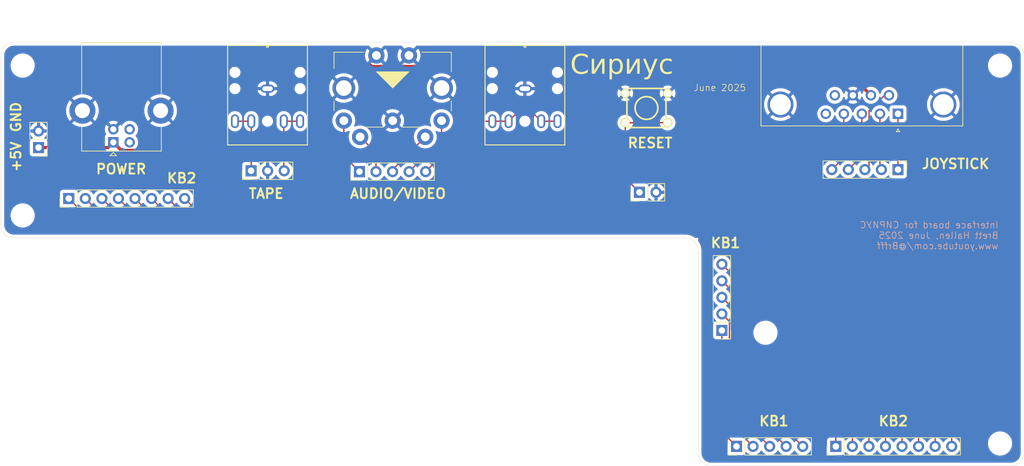
<source format=kicad_pcb>
(kicad_pcb (version 20241229) (generator "pcbnew") (generator_version "9.0")
  (layers (0 "F.Cu" signal) (2 "B.Cu" signal) (13 "F.Paste" user) (15 "B.Paste" user) (5 "F.SilkS" user "F.Silkscreen") (7 "B.SilkS" user "B.Silkscreen") (1 "F.Mask" user) (3 "B.Mask" user) (25 "Edge.Cuts" user))
  (net 0 "")
  (net 1 "Net-(J1-Pin_1)")
  (net 2 "Net-(J1-Pin_3)")
  (net 3 "Net-(J1-Pin_4)")
  (net 4 "Net-(J1-Pin_2)")
  (net 5 "Net-(J1-Pin_5)")
  (net 6 "Net-(J3-Pin_3)")
  (net 7 "Net-(J3-Pin_8)")
  (net 8 "Net-(J3-Pin_2)")
  (net 9 "Net-(J3-Pin_1)")
  (net 10 "Net-(J3-Pin_6)")
  (net 11 "Net-(J3-Pin_5)")
  (net 12 "Net-(J3-Pin_7)")
  (net 13 "Net-(J3-Pin_4)")
  (net 14 "Net-(J8-Pin_3)")
  (net 15 "AUDIO")
  (net 16 "Net-(J10-Pin_4)")
  (net 17 "Net-(J10-Pin_2)")
  (net 18 "Net-(J10-Pin_3)")
  (net 19 "Net-(J10-Pin_1)")
  (net 20 "Net-(J12-Pin_3)")
  (net 21 "Net-(J12-Pin_1)")
  (net 22 "Net-(J12-Pin_2)")
  (net 25 "+5V")
  (net 26 "GND")
  (net 28 "Net-(J12-Pin_5)")
  (net 29 "Net-(J12-Pin_4)")
  (net 30 "Net-(J13-Pin_1)")
  (net 32 "Net-(J8-Pin_1)")
  (footprint "Connector_PinHeader_2.54mm:PinHeader_1x05_P2.54mm_Vertical" (layer "F.Cu") (at 223.64 87.81 180)
    (property "Reference" "J2" (hide yes))
    (property "Value" "TO_KB1" (hide yes))
    (fp_line (start 1.33 1.27) (end 1.33 11.49) (stroke (width 0.12)) (layer "F.SilkS"))
    (fp_line (start -1.33 11.49) (end 1.33 11.49) (stroke (width 0.12)) (layer "F.SilkS"))
    (fp_line (start -1.33 1.27) (end 1.33 1.27) (stroke (width 0.12)) (layer "F.SilkS"))
    (fp_line (start -1.33 1.27) (end -1.33 11.49) (stroke (width 0.12)) (layer "F.SilkS"))
    (fp_line (start -1.33 0) (end -1.33 -1.33) (stroke (width 0.12)) (layer "F.SilkS"))
    (fp_line (start -1.33 -1.33) (end 0 -1.33) (stroke (width 0.12)) (layer "F.SilkS"))
    (pad "1" thru_hole rect (at 0 0 180) (size 1.7 1.7) (drill 1) (layers "*.Cu" "*.Mask") (net 1 "Net-(J1-Pin_1)"))
    (pad "2" thru_hole oval (at 0 2.54 180) (size 1.7 1.7) (drill 1) (layers "*.Cu" "*.Mask") (net 4 "Net-(J1-Pin_2)"))
    (pad "3" thru_hole oval (at 0 5.08 180) (size 1.7 1.7) (drill 1) (layers "*.Cu" "*.Mask") (net 2 "Net-(J1-Pin_3)"))
    (pad "4" thru_hole oval (at 0 7.62 180) (size 1.7 1.7) (drill 1) (layers "*.Cu" "*.Mask") (net 3 "Net-(J1-Pin_4)"))
    (pad "5" thru_hole oval (at 0 10.16 180) (size 1.7 1.7) (drill 1) (layers "*.Cu" "*.Mask") (net 5 "Net-(J1-Pin_5)"))
  )
  (footprint "MountingHole:MountingHole_3.2mm_M3" (layer "F.Cu") (at 266.3298 105.1573)
    (property "Reference" "H5" (hide yes))
    (property "Value" "MountingHole" (hide yes))
    (pad "" np_thru_hole circle (at 0 0) (size 3.2 3.2) (drill 3.2) (layers "*.Cu" "*.Mask"))
  )
  (footprint "Connector_DIN:DIN5_MIDI" (layer "F.Cu") (at 173.1198 55.6073 -90)
    (property "Reference" "J15" (hide yes))
    (property "Value" "DIN5" (hide yes))
    (fp_line (start -10.5 9) (end -8 9) (stroke (width 0.12)) (layer "F.SilkS"))
    (fp_line (start -10.5 9) (end -10.5 4.5) (stroke (width 0.12)) (layer "F.SilkS"))
    (fp_line (start -3 9) (end -1.5 9) (stroke (width 0.12)) (layer "F.SilkS"))
    (fp_line (start 1 1.5) (end 1 4) (stroke (width 0.12)) (layer "F.SilkS"))
    (fp_line (start 1 -4) (end 1 -1.5) (stroke (width 0.12)) (layer "F.SilkS"))
    (fp_line (start -10.5 -9) (end -10.5 -4.5) (stroke (width 0.12)) (layer "F.SilkS"))
    (fp_line (start -10 -9) (end -10.5 -9) (stroke (width 0.12)) (layer "F.SilkS"))
    (fp_line (start -10 -9) (end -7.5 -9) (stroke (width 0.12)) (layer "F.SilkS"))
    (fp_line (start -3 -9) (end -1.5 -9) (stroke (width 0.12)) (layer "F.SilkS"))
    (fp_poly (pts (xy -5 0) (xy -7.5 2.5) (xy -7.5 -2.5)) (stroke (width 0.1)) (fill yes) (layer "F.SilkS"))
    (pad "1" thru_hole circle (at 0 7.5 270) (size 2.5 2.5) (drill 1.35) (layers "*.Cu" "*.Mask") (net 19 "Net-(J10-Pin_1)"))
    (pad "2" thru_hole circle (at 0 0 270) (size 2.5 2.5) (drill 1.35) (layers "*.Cu" "*.Mask") (net 26 "GND"))
    (pad "3" thru_hole circle (at 0 -7.5 270) (size 2.5 2.5) (drill 1.35) (layers "*.Cu" "*.Mask") (net 16 "Net-(J10-Pin_4)"))
    (pad "4" thru_hole circle (at 2.5 5 270) (size 2.5 2.5) (drill 1.35) (layers "*.Cu" "*.Mask") (net 17 "Net-(J10-Pin_2)"))
    (pad "5" thru_hole circle (at 2.5 -5 270) (size 2.5 2.5) (drill 1.35) (layers "*.Cu" "*.Mask") (net 18 "Net-(J10-Pin_3)"))
    (pad "6" thru_hole circle (at -10 -2.5 270) (size 2.5 2.5) (drill 1.35) (layers "*.Cu" "*.Mask") (net 26 "GND"))
    (pad "6" thru_hole circle (at -10 2.5 270) (size 2.5 2.5) (drill 1.35) (layers "*.Cu" "*.Mask") (net 26 "GND"))
    (pad "6" thru_hole circle (at -5 -7.5 270) (size 3.5 3.5) (drill 2.4) (layers "*.Cu" "*.Mask") (net 26 "GND"))
    (pad "6" thru_hole circle (at -5 7.5 270) (size 3.5 3.5) (drill 2.4) (layers "*.Cu" "*.Mask") (net 26 "GND"))
  )
  (footprint "MountingHole:MountingHole_3.2mm_M3" (layer "F.Cu") (at 116.3298 70.1573)
    (property "Reference" "H4" (hide yes))
    (property "Value" "MountingHole" (hide yes))
    (pad "" np_thru_hole circle (at 0 0) (size 3.2 3.2) (drill 3.2) (layers "*.Cu" "*.Mask"))
  )
  (footprint "Connector_PinHeader_2.54mm:PinHeader_1x02_P2.54mm_Vertical" (layer "F.Cu") (at 118.77 59.74 180)
    (property "Reference" "J6" (hide yes))
    (property "Value" "TO_POWER" (hide yes))
    (fp_line (start 1.33 1.27) (end 1.33 3.87) (stroke (width 0.12)) (layer "F.SilkS"))
    (fp_line (start -1.33 3.87) (end 1.33 3.87) (stroke (width 0.12)) (layer "F.SilkS"))
    (fp_line (start -1.33 1.27) (end 1.33 1.27) (stroke (width 0.12)) (layer "F.SilkS"))
    (fp_line (start -1.33 1.27) (end -1.33 3.87) (stroke (width 0.12)) (layer "F.SilkS"))
    (fp_line (start -1.33 0) (end -1.33 -1.33) (stroke (width 0.12)) (layer "F.SilkS"))
    (fp_line (start -1.33 -1.33) (end 0 -1.33) (stroke (width 0.12)) (layer "F.SilkS"))
    (pad "1" thru_hole rect (at 0 0 180) (size 1.7 1.7) (drill 1) (layers "*.Cu" "*.Mask") (net 25 "+5V"))
    (pad "2" thru_hole oval (at 0 2.54 180) (size 1.7 1.7) (drill 1) (layers "*.Cu" "*.Mask") (net 26 "GND"))
  )
  (footprint "Connector_PinHeader_2.54mm:PinHeader_1x02_P2.54mm_Vertical" (layer "F.Cu") (at 210.9906 66.6071 90)
    (property "Reference" "J13" (hide yes))
    (property "Value" "TO_RESET" (hide yes))
    (fp_line (start -1.33 -1.33) (end 0 -1.33) (stroke (width 0.12)) (layer "F.SilkS"))
    (fp_line (start -1.33 0) (end -1.33 -1.33) (stroke (width 0.12)) (layer "F.SilkS"))
    (fp_line (start 1.33 1.27) (end 1.33 3.87) (stroke (width 0.12)) (layer "F.SilkS"))
    (fp_line (start -1.33 1.27) (end 1.33 1.27) (stroke (width 0.12)) (layer "F.SilkS"))
    (fp_line (start -1.33 1.27) (end -1.33 3.87) (stroke (width 0.12)) (layer "F.SilkS"))
    (fp_line (start -1.33 3.87) (end 1.33 3.87) (stroke (width 0.12)) (layer "F.SilkS"))
    (pad "1" thru_hole rect (at 0 0 90) (size 1.7 1.7) (drill 1) (layers "*.Cu" "*.Mask") (net 30 "Net-(J13-Pin_1)"))
    (pad "2" thru_hole oval (at 0 2.54 90) (size 1.7 1.7) (drill 1) (layers "*.Cu" "*.Mask") (net 26 "GND"))
  )
  (footprint "Connector_Audio:35RAPC4BHN2_SWC" (layer "F.Cu") (at 193.409955 50.7)
    (property "Reference" "J9" (hide yes))
    (property "Value" "AUDIO" (hide yes))
    (fp_line (start -6.1214 -6.627) (end -6.1214 8.6384) (stroke (width 0.1524)) (layer "F.SilkS"))
    (fp_line (start -6.1214 8.6384) (end 6.1214 8.6384) (stroke (width 0.1524)) (layer "F.SilkS"))
    (fp_line (start -0.127 -6.627) (end -0.127 -6.373) (stroke (width 0.1524)) (layer "F.SilkS"))
    (fp_line (start -0.127 -6.373) (end 0.127 -6.373) (stroke (width 0.1524)) (layer "F.SilkS"))
    (fp_line (start 0.127 -6.627) (end -0.127 -6.627) (stroke (width 0.1524)) (layer "F.SilkS"))
    (fp_line (start 0.127 -6.373) (end 0.127 -6.627) (stroke (width 0.1524)) (layer "F.SilkS"))
    (fp_line (start 6.1214 -6.627) (end -6.1214 -6.627) (stroke (width 0.1524)) (layer "F.SilkS"))
    (fp_line (start 6.1214 8.6384) (end 6.1214 -6.627) (stroke (width 0.1524)) (layer "F.SilkS"))
    (pad "" np_thru_hole circle (at -5 -2.500008) (size 1.1938 1.1938) (drill 1.1938) (layers "*.Cu" "*.Mask"))
    (pad "" np_thru_hole circle (at -5 0) (size 1.1938 1.1938) (drill 1.1938) (layers "*.Cu" "*.Mask"))
    (pad "" np_thru_hole circle (at 0 5) (size 1.1938 1.1938) (drill 1.1938) (layers "*.Cu" "*.Mask"))
    (pad "" np_thru_hole circle (at 5 -2.500008) (size 1.1938 1.1938) (drill 1.1938) (layers "*.Cu" "*.Mask"))
    (pad "" np_thru_hole circle (at 5 0) (size 1.1938 1.1938) (drill 1.1938) (layers "*.Cu" "*.Mask"))
    (pad "1" thru_hole oval (at 0 0) (size 2.1082 1.2192) (drill oval 1.6002 0.7112) (layers "*.Cu" "*.Mask") (net 26 "GND"))
    (pad "2" thru_hole oval (at -5 5 90) (size 2.1082 1.2192) (drill oval 1.6002 0.7112) (layers "*.Cu" "*.Mask") (net 15 "AUDIO"))
    (pad "3" thru_hole oval (at 5 5 90) (size 2.1082 1.2192) (drill oval 1.6002 0.7112) (layers "*.Cu" "*.Mask") (net 15 "AUDIO"))
    (pad "10" thru_hole oval (at -2.5 5 90) (size 2.1082 1.2192) (drill oval 1.6002 0.7112) (layers "*.Cu" "*.Mask") (net 15 "AUDIO"))
    (pad "11" thru_hole oval (at 2.5 5 90) (size 2.1082 1.2192) (drill oval 1.6002 0.7112) (layers "*.Cu" "*.Mask") (net 15 "AUDIO"))
  )
  (footprint "Connector_PinHeader_2.54mm:PinHeader_1x08_P2.54mm_Vertical" (layer "F.Cu") (at 123.41 67.56 90)
    (property "Reference" "J3" (hide yes))
    (property "Value" "KB2" (hide yes))
    (fp_line (start -1.33 -1.33) (end 0 -1.33) (stroke (width 0.12)) (layer "F.SilkS"))
    (fp_line (start -1.33 0) (end -1.33 -1.33) (stroke (width 0.12)) (layer "F.SilkS"))
    (fp_line (start 1.33 1.27) (end 1.33 19.11) (stroke (width 0.12)) (layer "F.SilkS"))
    (fp_line (start -1.33 1.27) (end 1.33 1.27) (stroke (width 0.12)) (layer "F.SilkS"))
    (fp_line (start -1.33 1.27) (end -1.33 19.11) (stroke (width 0.12)) (layer "F.SilkS"))
    (fp_line (start -1.33 19.11) (end 1.33 19.11) (stroke (width 0.12)) (layer "F.SilkS"))
    (pad "1" thru_hole rect (at 0 0 90) (size 1.7 1.7) (drill 1) (layers "*.Cu" "*.Mask") (net 9 "Net-(J3-Pin_1)"))
    (pad "2" thru_hole oval (at 0 2.54 90) (size 1.7 1.7) (drill 1) (layers "*.Cu" "*.Mask") (net 8 "Net-(J3-Pin_2)"))
    (pad "3" thru_hole oval (at 0 5.08 90) (size 1.7 1.7) (drill 1) (layers "*.Cu" "*.Mask") (net 6 "Net-(J3-Pin_3)"))
    (pad "4" thru_hole oval (at 0 7.62 90) (size 1.7 1.7) (drill 1) (layers "*.Cu" "*.Mask") (net 13 "Net-(J3-Pin_4)"))
    (pad "5" thru_hole oval (at 0 10.16 90) (size 1.7 1.7) (drill 1) (layers "*.Cu" "*.Mask") (net 11 "Net-(J3-Pin_5)"))
    (pad "6" thru_hole oval (at 0 12.7 90) (size 1.7 1.7) (drill 1) (layers "*.Cu" "*.Mask") (net 10 "Net-(J3-Pin_6)"))
    (pad "7" thru_hole oval (at 0 15.24 90) (size 1.7 1.7) (drill 1) (layers "*.Cu" "*.Mask") (net 12 "Net-(J3-Pin_7)"))
    (pad "8" thru_hole oval (at 0 17.78 90) (size 1.7 1.7) (drill 1) (layers "*.Cu" "*.Mask") (net 7 "Net-(J3-Pin_8)"))
  )
  (footprint "Connector_PinHeader_2.54mm:PinHeader_1x03_P2.54mm_Vertical" (layer "F.Cu") (at 151.384402 63.306809 90)
    (property "Reference" "J8" (hide yes))
    (property "Value" "TO_TAPE" (hide yes))
    (fp_line (start -1.33 -1.33) (end 0 -1.33) (stroke (width 0.12)) (layer "F.SilkS"))
    (fp_line (start -1.33 0) (end -1.33 -1.33) (stroke (width 0.12)) (layer "F.SilkS"))
    (fp_line (start 1.33 1.27) (end 1.33 6.41) (stroke (width 0.12)) (layer "F.SilkS"))
    (fp_line (start -1.33 1.27) (end 1.33 1.27) (stroke (width 0.12)) (layer "F.SilkS"))
    (fp_line (start -1.33 1.27) (end -1.33 6.41) (stroke (width 0.12)) (layer "F.SilkS"))
    (fp_line (start -1.33 6.41) (end 1.33 6.41) (stroke (width 0.12)) (layer "F.SilkS"))
    (pad "1" thru_hole rect (at 0 0 90) (size 1.7 1.7) (drill 1) (layers "*.Cu" "*.Mask") (net 32 "Net-(J8-Pin_1)"))
    (pad "2" thru_hole oval (at 0 2.54 90) (size 1.7 1.7) (drill 1) (layers "*.Cu" "*.Mask") (net 26 "GND"))
    (pad "3" thru_hole oval (at 0 5.08 90) (size 1.7 1.7) (drill 1) (layers "*.Cu" "*.Mask") (net 14 "Net-(J8-Pin_3)"))
  )
  (footprint "Connector_PinHeader_2.54mm:PinHeader_1x05_P2.54mm_Vertical" (layer "F.Cu") (at 250.665 63.1222 -90)
    (property "Reference" "J12" (hide yes))
    (property "Value" "TO_JOYSTICK" (hide yes))
    (fp_line (start -1.33 11.49) (end 1.33 11.49) (stroke (width 0.12)) (layer "F.SilkS"))
    (fp_line (start -1.33 1.27) (end -1.33 11.49) (stroke (width 0.12)) (layer "F.SilkS"))
    (fp_line (start -1.33 1.27) (end 1.33 1.27) (stroke (width 0.12)) (layer "F.SilkS"))
    (fp_line (start 1.33 1.27) (end 1.33 11.49) (stroke (width 0.12)) (layer "F.SilkS"))
    (fp_line (start -1.33 0) (end -1.33 -1.33) (stroke (width 0.12)) (layer "F.SilkS"))
    (fp_line (start -1.33 -1.33) (end 0 -1.33) (stroke (width 0.12)) (layer "F.SilkS"))
    (pad "1" thru_hole rect (at 0 0 270) (size 1.7 1.7) (drill 1) (layers "*.Cu" "*.Mask") (net 21 "Net-(J12-Pin_1)"))
    (pad "2" thru_hole oval (at 0 2.54 270) (size 1.7 1.7) (drill 1) (layers "*.Cu" "*.Mask") (net 22 "Net-(J12-Pin_2)"))
    (pad "3" thru_hole oval (at 0 5.08 270) (size 1.7 1.7) (drill 1) (layers "*.Cu" "*.Mask") (net 20 "Net-(J12-Pin_3)"))
    (pad "4" thru_hole oval (at 0 7.62 270) (size 1.7 1.7) (drill 1) (layers "*.Cu" "*.Mask") (net 29 "Net-(J12-Pin_4)"))
    (pad "5" thru_hole oval (at 0 10.16 270) (size 1.7 1.7) (drill 1) (layers "*.Cu" "*.Mask") (net 28 "Net-(J12-Pin_5)"))
  )
  (footprint "Connector_Audio:35RAPC4BHN2_SWC" (layer "F.Cu") (at 153.909955 50.7)
    (property "Reference" "J7" (hide yes))
    (property "Value" "TAPE" (hide yes))
    (fp_line (start -6.1214 -6.627) (end -6.1214 8.6384) (stroke (width 0.1524)) (layer "F.SilkS"))
    (fp_line (start -6.1214 8.6384) (end 6.1214 8.6384) (stroke (width 0.1524)) (layer "F.SilkS"))
    (fp_line (start -0.127 -6.627) (end -0.127 -6.373) (stroke (width 0.1524)) (layer "F.SilkS"))
    (fp_line (start -0.127 -6.373) (end 0.127 -6.373) (stroke (width 0.1524)) (layer "F.SilkS"))
    (fp_line (start 0.127 -6.627) (end -0.127 -6.627) (stroke (width 0.1524)) (layer "F.SilkS"))
    (fp_line (start 0.127 -6.373) (end 0.127 -6.627) (stroke (width 0.1524)) (layer "F.SilkS"))
    (fp_line (start 6.1214 -6.627) (end -6.1214 -6.627) (stroke (width 0.1524)) (layer "F.SilkS"))
    (fp_line (start 6.1214 8.6384) (end 6.1214 -6.627) (stroke (width 0.1524)) (layer "F.SilkS"))
    (pad "" np_thru_hole circle (at -5 -2.500008) (size 1.1938 1.1938) (drill 1.1938) (layers "*.Cu" "*.Mask"))
    (pad "" np_thru_hole circle (at -5 0) (size 1.1938 1.1938) (drill 1.1938) (layers "*.Cu" "*.Mask"))
    (pad "" np_thru_hole circle (at 0 5) (size 1.1938 1.1938) (drill 1.1938) (layers "*.Cu" "*.Mask"))
    (pad "" np_thru_hole circle (at 5 -2.500008) (size 1.1938 1.1938) (drill 1.1938) (layers "*.Cu" "*.Mask"))
    (pad "" np_thru_hole circle (at 5 0) (size 1.1938 1.1938) (drill 1.1938) (layers "*.Cu" "*.Mask"))
    (pad "1" thru_hole oval (at 0 0) (size 2.1082 1.2192) (drill oval 1.6002 0.7112) (layers "*.Cu" "*.Mask") (net 26 "GND"))
    (pad "2" thru_hole oval (at -5 5 90) (size 2.1082 1.2192) (drill oval 1.6002 0.7112) (layers "*.Cu" "*.Mask") (net 32 "Net-(J8-Pin_1)"))
    (pad "3" thru_hole oval (at 5 5 90) (size 2.1082 1.2192) (drill oval 1.6002 0.7112) (layers "*.Cu" "*.Mask") (net 14 "Net-(J8-Pin_3)"))
    (pad "10" thru_hole oval (at -2.5 5 90) (size 2.1082 1.2192) (drill oval 1.6002 0.7112) (layers "*.Cu" "*.Mask") (net 32 "Net-(J8-Pin_1)"))
    (pad "11" thru_hole oval (at 2.5 5 90) (size 2.1082 1.2192) (drill oval 1.6002 0.7112) (layers "*.Cu" "*.Mask") (net 14 "Net-(J8-Pin_3)"))
  )
  (footprint "Connector_Dsub:DSUB-9_Pins_Horizontal_P2.77x2.84mm_EdgePinOffset7.70mm_Housed_MountingHolesOffset9.12mm" (layer "F.Cu") (at 250.665 54.56 180)
    (property "Reference" "J11" (hide yes))
    (property "Value" "JOYSTICK" (hide yes))
    (fp_line (start 21.025 -1.86) (end 21.025 10.48) (stroke (width 0.12)) (layer "F.SilkS"))
    (fp_line (start 0.25 -2.754338) (end 0 -2.321325) (stroke (width 0.12)) (layer "F.SilkS"))
    (fp_line (start 0 -2.321325) (end -0.25 -2.754338) (stroke (width 0.12)) (layer "F.SilkS"))
    (fp_line (start -0.25 -2.754338) (end 0.25 -2.754338) (stroke (width 0.12)) (layer "F.SilkS"))
    (fp_line (start -9.945 10.48) (end -9.945 -1.86) (stroke (width 0.12)) (layer "F.SilkS"))
    (fp_line (start -9.945 -1.86) (end 21.025 -1.86) (stroke (width 0.12)) (layer "F.SilkS"))
    (pad "0" thru_hole circle (at -6.96 1.42 180) (size 4 4) (drill 3.2) (layers "*.Cu" "*.Mask") (net 26 "GND"))
    (pad "0" thru_hole circle (at 18.04 1.42 180) (size 4 4) (drill 3.2) (layers "*.Cu" "*.Mask") (net 26 "GND"))
    (pad "1" thru_hole rect (at 0 0 180) (size 1.6 1.6) (drill 1) (layers "*.Cu" "*.Mask") (net 21 "Net-(J12-Pin_1)"))
    (pad "2" thru_hole circle (at 2.77 0 180) (size 1.6 1.6) (drill 1) (layers "*.Cu" "*.Mask") (net 22 "Net-(J12-Pin_2)"))
    (pad "3" thru_hole circle (at 5.54 0 180) (size 1.6 1.6) (drill 1) (layers "*.Cu" "*.Mask") (net 29 "Net-(J12-Pin_4)"))
    (pad "4" thru_hole circle (at 8.31 0 180) (size 1.6 1.6) (drill 1) (layers "*.Cu" "*.Mask") (net 28 "Net-(J12-Pin_5)"))
    (pad "5" thru_hole circle (at 11.08 0 180) (size 1.6 1.6) (drill 1) (layers "*.Cu" "*.Mask"))
    (pad "6" thru_hole circle (at 1.385 2.84 180) (size 1.6 1.6) (drill 1) (layers "*.Cu" "*.Mask") (net 20 "Net-(J12-Pin_3)"))
    (pad "7" thru_hole circle (at 4.155 2.84 180) (size 1.6 1.6) (drill 1) (layers "*.Cu" "*.Mask") (net 25 "+5V"))
    (pad "8" thru_hole circle (at 6.925 2.84 180) (size 1.6 1.6) (drill 1) (layers "*.Cu" "*.Mask") (net 26 "GND"))
    (pad "9" thru_hole circle (at 9.695 2.84 180) (size 1.6 1.6) (drill 1) (layers "*.Cu" "*.Mask"))
  )
  (footprint "MountingHole:MountingHole_3.2mm_M3" (layer "F.Cu") (at 116.3298 47.1573)
    (property "Reference" "H1" (hide yes))
    (property "Value" "MountingHole" (hide yes))
    (pad "" np_thru_hole circle (at 0 0) (size 3.2 3.2) (drill 3.2) (layers "*.Cu" "*.Mask"))
  )
  (footprint "Connector_PinHeader_2.54mm:PinHeader_1x05_P2.54mm_Vertical" (layer "F.Cu") (at 225.885 105.6 90)
    (property "Reference" "J1" (hide yes))
    (property "Value" "KB1" (hide yes))
    (fp_line (start -1.33 -1.33) (end 0 -1.33) (stroke (width 0.12)) (layer "F.SilkS"))
    (fp_line (start -1.33 0) (end -1.33 -1.33) (stroke (width 0.12)) (layer "F.SilkS"))
    (fp_line (start 1.33 1.27) (end 1.33 11.49) (stroke (width 0.12)) (layer "F.SilkS"))
    (fp_line (start -1.33 1.27) (end 1.33 1.27) (stroke (width 0.12)) (layer "F.SilkS"))
    (fp_line (start -1.33 1.27) (end -1.33 11.49) (stroke (width 0.12)) (layer "F.SilkS"))
    (fp_line (start -1.33 11.49) (end 1.33 11.49) (stroke (width 0.12)) (layer "F.SilkS"))
    (pad "1" thru_hole rect (at 0 0 90) (size 1.7 1.7) (drill 1) (layers "*.Cu" "*.Mask") (net 1 "Net-(J1-Pin_1)"))
    (pad "2" thru_hole oval (at 0 2.54 90) (size 1.7 1.7) (drill 1) (layers "*.Cu" "*.Mask") (net 4 "Net-(J1-Pin_2)"))
    (pad "3" thru_hole oval (at 0 5.08 90) (size 1.7 1.7) (drill 1) (layers "*.Cu" "*.Mask") (net 2 "Net-(J1-Pin_3)"))
    (pad "4" thru_hole oval (at 0 7.62 90) (size 1.7 1.7) (drill 1) (layers "*.Cu" "*.Mask") (net 3 "Net-(J1-Pin_4)"))
    (pad "5" thru_hole oval (at 0 10.16 90) (size 1.7 1.7) (drill 1) (layers "*.Cu" "*.Mask") (net 5 "Net-(J1-Pin_5)"))
  )
  (footprint "Connector_USB:USB_B_Lumberg_2411_02_Horizontal" (layer "F.Cu") (at 130.25 58.9375 90)
    (property "Reference" "J5" (hide yes))
    (property "Value" "POWER" (hide yes))
    (fp_line (start 15.27 -4.86) (end 7.3 -4.86) (stroke (width 0.12)) (layer "F.SilkS"))
    (fp_line (start -1.35 -4.86) (end 2.4 -4.86) (stroke (width 0.12)) (layer "F.SilkS"))
    (fp_line (start -2.05 -0.5) (end -2.05 0.5) (stroke (width 0.12)) (layer "F.SilkS"))
    (fp_line (start -1.55 0) (end -2.05 -0.5) (stroke (width 0.12)) (layer "F.SilkS"))
    (fp_line (start -2.05 0.5) (end -1.55 0) (stroke (width 0.12)) (layer "F.SilkS"))
    (fp_line (start 15.27 7.36) (end 15.27 -4.86) (stroke (width 0.12)) (layer "F.SilkS"))
    (fp_line (start 15.27 7.36) (end 7.3 7.36) (stroke (width 0.12)) (layer "F.SilkS"))
    (fp_line (start -1.35 7.36) (end -1.35 -4.86) (stroke (width 0.12)) (layer "F.SilkS"))
    (fp_line (start -1.35 7.36) (end 2.4 7.36) (stroke (width 0.12)) (layer "F.SilkS"))
    (pad "1" thru_hole rect (at 0 0 180) (size 1.6 1.6) (drill 0.95) (layers "*.Cu" "*.Mask") (net 25 "+5V"))
    (pad "2" thru_hole circle (at 0 2.5 180) (size 1.6 1.6) (drill 0.95) (layers "*.Cu" "*.Mask"))
    (pad "3" thru_hole circle (at 2 2.5 180) (size 1.6 1.6) (drill 0.95) (layers "*.Cu" "*.Mask"))
    (pad "4" thru_hole circle (at 2 0 180) (size 1.6 1.6) (drill 0.95) (layers "*.Cu" "*.Mask") (net 26 "GND"))
    (pad "5" thru_hole circle (at 4.86 -4.75 180) (size 4 4) (drill 2.3) (layers "*.Cu" "*.Mask") (net 26 "GND"))
    (pad "5" thru_hole circle (at 4.86 7.25 180) (size 4 4) (drill 2.3) (layers "*.Cu" "*.Mask") (net 26 "GND"))
  )
  (footprint "Connector_PinHeader_2.54mm:PinHeader_1x05_P2.54mm_Vertical" (layer "F.Cu") (at 168.02 63.4375 90)
    (property "Reference" "J10" (hide yes))
    (property "Value" "TO_VIDEO" (hide yes))
    (fp_line (start -1.33 -1.33) (end 0 -1.33) (stroke (width 0.12)) (layer "F.SilkS"))
    (fp_line (start -1.33 0) (end -1.33 -1.33) (stroke (width 0.12)) (layer "F.SilkS"))
    (fp_line (start 1.33 1.27) (end 1.33 11.49) (stroke (width 0.12)) (layer "F.SilkS"))
    (fp_line (start -1.33 1.27) (end 1.33 1.27) (stroke (width 0.12)) (layer "F.SilkS"))
    (fp_line (start -1.33 1.27) (end -1.33 11.49) (stroke (width 0.12)) (layer "F.SilkS"))
    (fp_line (start -1.33 11.49) (end 1.33 11.49) (stroke (width 0.12)) (layer "F.SilkS"))
    (pad "1" thru_hole rect (at 0 0 90) (size 1.7 1.7) (drill 1) (layers "*.Cu" "*.Mask") (net 19 "Net-(J10-Pin_1)"))
    (pad "2" thru_hole oval (at 0 2.54 90) (size 1.7 1.7) (drill 1) (layers "*.Cu" "*.Mask") (net 17 "Net-(J10-Pin_2)"))
    (pad "3" thru_hole oval (at 0 5.08 90) (size 1.7 1.7) (drill 1) (layers "*.Cu" "*.Mask") (net 18 "Net-(J10-Pin_3)"))
    (pad "4" thru_hole oval (at 0 7.62 90) (size 1.7 1.7) (drill 1) (layers "*.Cu" "*.Mask") (net 16 "Net-(J10-Pin_4)"))
    (pad "5" thru_hole oval (at 0 10.16 90) (size 1.7 1.7) (drill 1) (layers "*.Cu" "*.Mask") (net 15 "AUDIO"))
  )
  (footprint "MountingHole:MountingHole_3.2mm_M3" (layer "F.Cu") (at 266.3298 47.1573)
    (property "Reference" "H3" (hide yes))
    (property "Value" "MountingHole" (hide yes))
    (pad "" np_thru_hole circle (at 0 0) (size 3.2 3.2) (drill 3.2) (layers "*.Cu" "*.Mask"))
  )
  (footprint "MountingHole:MountingHole_3.2mm_M3" (layer "F.Cu") (at 230.3298 88.1573)
    (property "Reference" "H6" (hide yes))
    (property "Value" "MountingHole" (hide yes))
    (pad "" np_thru_hole circle (at 0 0) (size 3.2 3.2) (drill 3.2) (layers "*.Cu" "*.Mask"))
  )
  (footprint "Clueless_Engineer:Switch_Tactile_6mm" (layer "F.Cu") (at 212.0656 53.6696)
    (property "Reference" "SW1" (hide yes))
    (property "Value" "RESET" (hide yes))
    (fp_line (start -2.99974 2.75082) (end -2.99974 -2.75082) (stroke (width 0.254)) (layer "F.SilkS"))
    (fp_line (start -2.75082 -2.99974) (end 2.75082 -2.99974) (stroke (width 0.254)) (layer "F.SilkS"))
    (fp_line (start 2.75082 2.99974) (end -2.75082 2.99974) (stroke (width 0.254)) (layer "F.SilkS"))
    (fp_line (start 2.99974 -2.75082) (end 2.99974 2.75082) (stroke (width 0.254)) (layer "F.SilkS"))
    (fp_arc (start -2.99974 -2.75082) (mid -2.926833 -2.926833) (end -2.75082 -2.99974) (stroke (width 0.254)) (layer "F.SilkS"))
    (fp_arc (start -2.75082 2.99974) (mid -2.926833 2.926833) (end -2.99974 2.75082) (stroke (width 0.254)) (layer "F.SilkS"))
    (fp_arc (start 2.75082 -2.99974) (mid 2.926833 -2.926833) (end 2.99974 -2.75082) (stroke (width 0.254)) (layer "F.SilkS"))
    (fp_arc (start 2.99974 2.75082) (mid 2.926833 2.926833) (end 2.75082 2.99974) (stroke (width 0.254)) (layer "F.SilkS"))
    (fp_circle (center 0 0) (end 0 -1.75006) (stroke (width 0.254)) (fill no) (layer "F.SilkS"))
    (pad "1" thru_hole circle (at -3.2512 -2.25044) (size 1.39954 1.39954) (drill 1.00076) (layers "*.Cu" "*.Mask" "F.SilkS") (net 26 "GND"))
    (pad "1" thru_hole circle (at 3.2512 -2.25044) (size 1.39954 1.39954) (drill 1.00076) (layers "*.Cu" "*.Mask" "F.SilkS") (net 26 "GND"))
    (pad "2" thru_hole circle (at -3.2512 2.25044) (size 1.39954 1.39954) (drill 1.00076) (layers "*.Cu" "*.Mask" "F.SilkS") (net 30 "Net-(J13-Pin_1)"))
    (pad "2" thru_hole circle (at 3.2512 2.25044) (size 1.39954 1.39954) (drill 1.00076) (layers "*.Cu" "*.Mask" "F.SilkS") (net 30 "Net-(J13-Pin_1)"))
  )
  (footprint "Connector_PinHeader_2.54mm:PinHeader_1x08_P2.54mm_Vertical" (layer "F.Cu") (at 241.125 105.6 90)
    (property "Reference" "J4" (hide yes))
    (property "Value" "TO_KB2" (hide yes))
    (fp_line (start -1.33 -1.33) (end 0 -1.33) (stroke (width 0.12)) (layer "F.SilkS"))
    (fp_line (start -1.33 0) (end -1.33 -1.33) (stroke (width 0.12)) (layer "F.SilkS"))
    (fp_line (start 1.33 1.27) (end 1.33 19.11) (stroke (width 0.12)) (layer "F.SilkS"))
    (fp_line (start -1.33 1.27) (end 1.33 1.27) (stroke (width 0.12)) (layer "F.SilkS"))
    (fp_line (start -1.33 1.27) (end -1.33 19.11) (stroke (width 0.12)) (layer "F.SilkS"))
    (fp_line (start -1.33 19.11) (end 1.33 19.11) (stroke (width 0.12)) (layer "F.SilkS"))
    (pad "1" thru_hole rect (at 0 0 90) (size 1.7 1.7) (drill 1) (layers "*.Cu" "*.Mask") (net 9 "Net-(J3-Pin_1)"))
    (pad "2" thru_hole oval (at 0 2.54 90) (size 1.7 1.7) (drill 1) (layers "*.Cu" "*.Mask") (net 8 "Net-(J3-Pin_2)"))
    (pad "3" thru_hole oval (at 0 5.08 90) (size 1.7 1.7) (drill 1) (layers "*.Cu" "*.Mask") (net 6 "Net-(J3-Pin_3)"))
    (pad "4" thru_hole oval (at 0 7.62 90) (size 1.7 1.7) (drill 1) (layers "*.Cu" "*.Mask") (net 13 "Net-(J3-Pin_4)"))
    (pad "5" thru_hole oval (at 0 10.16 90) (size 1.7 1.7) (drill 1) (layers "*.Cu" "*.Mask") (net 11 "Net-(J3-Pin_5)"))
    (pad "6" thru_hole oval (at 0 12.7 90) (size 1.7 1.7) (drill 1) (layers "*.Cu" "*.Mask") (net 10 "Net-(J3-Pin_6)"))
    (pad "7" thru_hole oval (at 0 15.24 90) (size 1.7 1.7) (drill 1) (layers "*.Cu" "*.Mask") (net 12 "Net-(J3-Pin_7)"))
    (pad "8" thru_hole oval (at 0 17.78 90) (size 1.7 1.7) (drill 1) (layers "*.Cu" "*.Mask") (net 7 "Net-(J3-Pin_8)"))
  )
  (gr_arc (start 268 43.6) (mid 269.414214 44.185786) (end 270 45.6) (stroke (width 0.05)) (layer "Edge.Cuts"))
  (gr_line (start 113 71.6) (end 113 45.6) (stroke (width 0.05)) (layer "Edge.Cuts"))
  (gr_arc (start 270 106.6) (mid 269.414214 108.014214) (end 268 108.6) (stroke (width 0.05)) (layer "Edge.Cuts"))
  (gr_line (start 218 73.6) (end 115 73.6) (stroke (width 0.05)) (layer "Edge.Cuts"))
  (gr_arc (start 113 45.6) (mid 113.585786 44.185786) (end 115 43.6) (stroke (width 0.05)) (layer "Edge.Cuts"))
  (gr_line (start 220 106.6) (end 220 75.6) (stroke (width 0.05)) (layer "Edge.Cuts"))
  (gr_line (start 270 45.6) (end 270 106.6) (stroke (width 0.05)) (layer "Edge.Cuts"))
  (gr_line (start 268 108.6) (end 222 108.6) (stroke (width 0.05)) (layer "Edge.Cuts"))
  (gr_arc (start 218 73.6) (mid 219.414214 74.185786) (end 220 75.6) (stroke (width 0.05)) (layer "Edge.Cuts"))
  (gr_arc (start 222 108.6) (mid 220.585786 108.014214) (end 220 106.6) (stroke (width 0.05)) (layer "Edge.Cuts"))
  (gr_line (start 115 43.6) (end 268 43.6) (stroke (width 0.05)) (layer "Edge.Cuts"))
  (gr_arc (start 115 73.6) (mid 113.585786 73.014214) (end 113 71.6) (stroke (width 0.05)) (layer "Edge.Cuts"))
  (gr_text "Сириус" (at 200.354402 48.926809 0) (layer "F.SilkS") (effects (font (size 3 3) (thickness 0.1)) (justify left bottom)))
  (gr_text "RESET" (at 209.0254 59.9169 0) (layer "F.SilkS") (effects (font (size 1.5 1.5) (thickness 0.3) (bold yes)) (justify left bottom)))
  (gr_text "KB1" (at 221.78 75.26 0) (layer "F.SilkS") (effects (font (size 1.5 1.5) (thickness 0.3) (bold yes)) (justify left bottom)))
  (gr_text "JOYSTICK" (at 254.15323 63.1222 0) (layer "F.SilkS") (effects (font (size 1.5 1.5) (thickness 0.3) (bold yes)) (justify left bottom)))
  (gr_text "KB2" (at 138.32 65.32 0) (layer "F.SilkS") (effects (font (size 1.5 1.5) (thickness 0.3) (bold yes)) (justify left bottom)))
  (gr_text "POWER" (at 127.42 63.93 0) (layer "F.SilkS") (effects (font (size 1.5 1.5) (thickness 0.3) (bold yes)) (justify left bottom)))
  (gr_text "+5V" (at 116.19 63.62 90) (layer "F.SilkS") (effects (font (size 1.5 1.5) (thickness 0.3) (bold yes)) (justify left bottom)))
  (gr_text "KB2" (at 247.5398 102.6 0) (layer "F.SilkS") (effects (font (size 1.5 1.5) (thickness 0.3) (bold yes)) (justify left bottom)))
  (gr_text "GND" (at 116.19 57.55 90) (layer "F.SilkS") (effects (font (size 1.5 1.5) (thickness 0.3) (bold yes)) (justify left bottom)))
  (gr_text "AUDIO/VIDEO" (at 166.409955 67.6873 0) (layer "F.SilkS") (effects (font (size 1.5 1.5) (thickness 0.3) (bold yes)) (justify left bottom)))
  (gr_text "TAPE" (at 150.864755 67.6873 0) (layer "F.SilkS") (effects (font (size 1.5 1.5) (thickness 0.3) (bold yes)) (justify left bottom)))
  (gr_text "KB1" (at 229.2098 102.6 0) (layer "F.SilkS") (effects (font (size 1.5 1.5) (thickness 0.3) (bold yes)) (justify left bottom)))
  (gr_text "June 2025" (at 219.2698 51.1473 0) (layer "F.SilkS") (effects (font (size 1 1) (thickness 0.1)) (justify left bottom)))
  (gr_text "Interface board for СИРИУС\nBrett Hallen, June 2025\nwww.youtube.com/@Brfff" (at 266.1398 75.4273 0) (layer "B.SilkS") (effects (font (size 1 1) (thickness 0.1)) (justify left bottom mirror)))
  (segment (start 223.64 103.355) (end 225.885 105.6) (width 0.2) (layer "F.Cu") (net 1))
  (segment (start 223.64 87.81) (end 223.64 103.355) (width 0.2) (layer "F.Cu") (net 1))
  (segment (start 225.6098 84.6998) (end 225.6098 100.2448) (width 0.2) (layer "F.Cu") (net 2))
  (segment (start 225.6098 100.2448) (end 230.965 105.6) (width 0.2) (layer "F.Cu") (net 2))
  (segment (start 223.64 82.73) (end 225.6098 84.6998) (width 0.2) (layer "F.Cu") (net 2))
  (segment (start 223.64 80.19) (end 226.3698 82.9198) (width 0.2) (layer "F.Cu") (net 3))
  (segment (start 226.3698 82.9198) (end 226.3698 98.4648) (width 0.2) (layer "F.Cu") (net 3))
  (segment (start 226.3698 98.4648) (end 233.505 105.6) (width 0.2) (layer "F.Cu") (net 3))
  (segment (start 223.64 85.27) (end 224.791 86.421) (width 0.2) (layer "F.Cu") (net 4))
  (segment (start 224.791 101.966) (end 228.425 105.6) (width 0.2) (layer "F.Cu") (net 4))
  (segment (start 224.791 86.421) (end 224.791 101.966) (width 0.2) (layer "F.Cu") (net 4))
  (segment (start 227.1798 96.7348) (end 236.045 105.6) (width 0.2) (layer "F.Cu") (net 5))
  (segment (start 223.64 77.65) (end 227.1798 81.1898) (width 0.2) (layer "F.Cu") (net 5))
  (segment (start 227.1798 81.1898) (end 227.1798 96.7348) (width 0.2) (layer "F.Cu") (net 5))
  (segment (start 132.836633 71.906633) (end 227.106043 71.906633) (width 0.2) (layer "F.Cu") (net 6))
  (segment (start 227.106043 71.906633) (end 246.205 91.00559) (width 0.2) (layer "F.Cu") (net 6))
  (segment (start 128.49 67.56) (end 132.836633 71.906633) (width 0.2) (layer "F.Cu") (net 6))
  (segment (start 246.205 91.00559) (end 246.205 105.6) (width 0.2) (layer "F.Cu") (net 6))
  (segment (start 143.531633 69.901633) (end 227.936543 69.901633) (width 0.2) (layer "F.Cu") (net 7))
  (segment (start 141.19 67.56) (end 143.531633 69.901633) (width 0.2) (layer "F.Cu") (net 7))
  (segment (start 227.936543 69.901633) (end 258.905 100.87009) (width 0.2) (layer "F.Cu") (net 7))
  (segment (start 258.905 100.87009) (end 258.905 105.6) (width 0.2) (layer "F.Cu") (net 7))
  (segment (start 125.95 67.56) (end 130.697633 72.307633) (width 0.2) (layer "F.Cu") (net 8))
  (segment (start 130.697633 72.307633) (end 226.607743 72.307633) (width 0.2) (layer "F.Cu") (net 8))
  (segment (start 241.2911 86.65879) (end 241.526 86.89369) (width 0.2) (layer "F.Cu") (net 8))
  (segment (start 241.526 86.89369) (end 243.665 89.03269) (width 0.2) (layer "F.Cu") (net 8))
  (segment (start 227.174843 72.542533) (end 228.46231 73.83) (width 0.2) (layer "F.Cu") (net 8))
  (segment (start 226.939943 72.307633) (end 227.174843 72.542533) (width 0.2) (layer "F.Cu") (net 8))
  (segment (start 226.607743 72.307633) (end 226.939943 72.307633) (width 0.2) (layer "F.Cu") (net 8))
  (segment (start 243.665 89.03269) (end 243.665 105.6) (width 0.2) (layer "F.Cu") (net 8))
  (segment (start 228.46231 73.83) (end 241.2911 86.65879) (width 0.2) (layer "F.Cu") (net 8))
  (segment (start 226.773843 72.708633) (end 241.125 87.05979) (width 0.2) (layer "F.Cu") (net 9))
  (segment (start 123.41 67.56) (end 128.558633 72.708633) (width 0.2) (layer "F.Cu") (net 9))
  (segment (start 128.558633 72.708633) (end 226.773843 72.708633) (width 0.2) (layer "F.Cu") (net 9))
  (segment (start 241.125 87.05979) (end 241.125 105.6) (width 0.2) (layer "F.Cu") (net 9))
  (segment (start 136.11 67.56) (end 139.253633 70.703633) (width 0.2) (layer "F.Cu") (net 10))
  (segment (start 139.253633 70.703633) (end 227.604343 70.703633) (width 0.2) (layer "F.Cu") (net 10))
  (segment (start 227.604343 70.703633) (end 253.825 96.92429) (width 0.2) (layer "F.Cu") (net 10))
  (segment (start 253.825 96.92429) (end 253.825 105.6) (width 0.2) (layer "F.Cu") (net 10))
  (segment (start 251.285 94.95139) (end 251.285 105.6) (width 0.2) (layer "F.Cu") (net 11))
  (segment (start 248.9111 92.57749) (end 249.146 92.81239) (width 0.2) (layer "F.Cu") (net 11))
  (segment (start 133.57 67.56) (end 137.114633 71.104633) (width 0.2) (layer "F.Cu") (net 11))
  (segment (start 227.673143 71.339533) (end 228.83361 72.5) (width 0.2) (layer "F.Cu") (net 11))
  (segment (start 249.146 92.81239) (end 251.285 94.95139) (width 0.2) (layer "F.Cu") (net 11))
  (segment (start 228.83361 72.5) (end 248.9111 92.57749) (width 0.2) (layer "F.Cu") (net 11))
  (segment (start 137.114633 71.104633) (end 227.106043 71.104633) (width 0.2) (layer "F.Cu") (net 11))
  (segment (start 227.438243 71.104633) (end 227.673143 71.339533) (width 0.2) (layer "F.Cu") (net 11))
  (segment (start 227.106043 71.104633) (end 227.438243 71.104633) (width 0.2) (layer "F.Cu") (net 11))
  (segment (start 138.65 67.56) (end 141.392633 70.302633) (width 0.2) (layer "F.Cu") (net 12))
  (segment (start 227.770443 70.302633) (end 256.365 98.89719) (width 0.2) (layer "F.Cu") (net 12))
  (segment (start 141.392633 70.302633) (end 227.770443 70.302633) (width 0.2) (layer "F.Cu") (net 12))
  (segment (start 256.365 98.89719) (end 256.365 105.6) (width 0.2) (layer "F.Cu") (net 12))
  (segment (start 227.272143 71.505633) (end 248.745 92.97849) (width 0.2) (layer "F.Cu") (net 13))
  (segment (start 134.975633 71.505633) (end 227.272143 71.505633) (width 0.2) (layer "F.Cu") (net 13))
  (segment (start 131.03 67.56) (end 134.975633 71.505633) (width 0.2) (layer "F.Cu") (net 13))
  (segment (start 248.745 92.97849) (end 248.745 105.6) (width 0.2) (layer "F.Cu") (net 13))
  (segment (start 156.409955 55.7) (end 156.409955 63.252362) (width 0.2) (layer "F.Cu") (net 14))
  (segment (start 156.409955 63.252362) (end 156.464402 63.306809) (width 0.2) (layer "F.Cu") (net 14))
  (segment (start 156.409955 55.7) (end 158.909955 55.7) (width 0.2) (layer "F.Cu") (net 14))
  (segment (start 194.962055 54.7521) (end 195.909955 55.7) (width 0.2) (layer "F.Cu") (net 15))
  (segment (start 185.9175 55.7) (end 188.409955 55.7) (width 0.2) (layer "F.Cu") (net 15))
  (segment (start 195.909955 55.7) (end 198.409955 55.7) (width 0.2) (layer "F.Cu") (net 15))
  (segment (start 178.18 63.4375) (end 185.9175 55.7) (width 0.2) (layer "F.Cu") (net 15))
  (segment (start 188.409955 55.7) (end 190.909955 55.7) (width 0.2) (layer "F.Cu") (net 15))
  (segment (start 191.857855 54.7521) (end 194.962055 54.7521) (width 0.2) (layer "F.Cu") (net 15))
  (segment (start 190.909955 55.7) (end 191.857855 54.7521) (width 0.2) (layer "F.Cu") (net 15))
  (segment (start 180.6198 58.4577) (end 175.64 63.4375) (width 0.2) (layer "F.Cu") (net 16))
  (segment (start 180.6198 55.6073) (end 180.6198 58.4577) (width 0.2) (layer "F.Cu") (net 16))
  (segment (start 168.1198 58.1073) (end 170.56 60.5475) (width 0.2) (layer "F.Cu") (net 17))
  (segment (start 170.56 60.5475) (end 170.56 63.4375) (width 0.2) (layer "F.Cu") (net 17))
  (segment (start 173.1 63.1271) (end 173.1 63.4375) (width 0.2) (layer "F.Cu") (net 18))
  (segment (start 178.1198 58.1073) (end 173.1 63.1271) (width 0.2) (layer "F.Cu") (net 18))
  (segment (start 165.6198 55.6073) (end 165.6198 61.0373) (width 0.2) (layer "F.Cu") (net 19))
  (segment (start 165.6198 61.0373) (end 168.02 63.4375) (width 0.2) (layer "F.Cu") (net 19))
  (segment (start 246.226 62.4812) (end 245.585 63.1222) (width 0.2) (layer "F.Cu") (net 20))
  (segment (start 248.60995 51.72) (end 246.226 54.10395) (width 0.2) (layer "F.Cu") (net 20))
  (segment (start 246.226 54.10395) (end 246.226 62.4812) (width 0.2) (layer "F.Cu") (net 20))
  (segment (start 250.665 54.56) (end 250.665 63.1222) (width 0.2) (layer "F.Cu") (net 21))
  (segment (start 247.895 54.56) (end 247.895 62.8922) (width 0.2) (layer "F.Cu") (net 22))
  (segment (start 171.345869 47.286809) (end 174.893731 47.286809) (width 0.5) (layer "F.Cu") (net 25))
  (segment (start 187.770473 47.286809) (end 187.95519 47.102092) (width 0.5) (layer "F.Cu") (net 25))
  (segment (start 144.729119 47.102092) (end 169.709014 47.102092) (width 0.5) (layer "F.Cu") (net 25))
  (segment (start 143.764402 48.066809) (end 144.729119 47.102092) (width 0.5) (layer "F.Cu") (net 25))
  (segment (start 130.25 58.9375) (end 131.501 60.1885) (width 0.5) (layer "F.Cu") (net 25))
  (segment (start 131.501 60.1885) (end 136.302711 60.1885) (width 0.5) (layer "F.Cu") (net 25))
  (segment (start 169.915222 47.3083) (end 171.324378 47.3083) (width 0.5) (layer "F.Cu") (net 25))
  (segment (start 169.709014 47.102092) (end 169.915222 47.3083) (width 0.5) (layer "F.Cu") (net 25))
  (segment (start 176.324378 47.3083) (end 176.345869 47.286809) (width 0.5) (layer "F.Cu") (net 25))
  (segment (start 171.324378 47.3083) (end 171.345869 47.286809) (width 0.5) (layer "F.Cu") (net 25))
  (segment (start 143.764402 52.726809) (end 143.764402 48.066809) (width 0.5) (layer "F.Cu") (net 25))
  (segment (start 136.302711 60.1885) (end 143.764402 52.726809) (width 0.5) (layer "F.Cu") (net 25))
  (segment (start 118.77 59.74) (end 129.4475 59.74) (width 0.5) (layer "F.Cu") (net 25))
  (segment (start 176.345869 47.286809) (end 187.770473 47.286809) (width 0.5) (layer "F.Cu") (net 25))
  (segment (start 241.892093 47.102092) (end 246.51 51.72) (width 0.5) (layer "F.Cu") (net 25))
  (segment (start 187.95519 47.102092) (end 241.892093 47.102092) (width 0.5) (layer "F.Cu") (net 25))
  (segment (start 174.915222 47.3083) (end 176.324378 47.3083) (width 0.5) (layer "F.Cu") (net 25))
  (segment (start 174.893731 47.286809) (end 174.915222 47.3083) (width 0.5) (layer "F.Cu") (net 25))
  (segment (start 242.355 54.56) (end 242.355 61.2722) (width 0.2) (layer "F.Cu") (net 28))
  (segment (start 242.355 61.2722) (end 240.505 63.1222) (width 0.2) (layer "F.Cu") (net 28))
  (segment (start 245.125 54.56) (end 245.125 61.0422) (width 0.2) (layer "F.Cu") (net 29))
  (segment (start 245.125 61.0422) (end 243.045 63.1222) (width 0.2) (layer "F.Cu") (net 29))
  (segment (start 215.3166 55.92) (end 215.3168 55.92) (width 0.2) (layer "F.Cu") (net 30))
  (segment (start 215.3168 55.92004) (end 208.8144 55.92004) (width 0.2) (layer "F.Cu") (net 30))
  (segment (start 208.8144 64.4309) (end 210.9906 66.6071) (width 0.2) (layer "F.Cu") (net 30))
  (segment (start 212.0656 55.92) (end 208.8144 55.92) (width 0.2) (layer "F.Cu") (net 30))
  (segment (start 208.8144 55.92004) (end 208.8144 64.4309) (width 0.2) (layer "F.Cu") (net 30))
  (segment (start 148.909955 55.7) (end 151.409955 55.7) (width 0.2) (layer "F.Cu") (net 32))
  (segment (start 151.409955 63.281256) (end 151.384402 63.306809) (width 0.2) (layer "F.Cu") (net 32))
  (segment (start 151.409955 55.7) (end 151.409955 63.281256) (width 0.2) (layer "F.Cu") (net 32))
  (zone (net 26) (net_name "GND") (layer "B.Cu") (connect_pads (clearance 0.5)) (min_thickness 0.25) (fill yes (thermal_gap 0.5) (thermal_bridge_width 0.5))
    (polygon (pts (xy 270 43.6) (xy 270 108.6) (xy 220 108.6) (xy 220 73.6) (xy 113 73.6) (xy 113 43.6)))
  )
)
</source>
